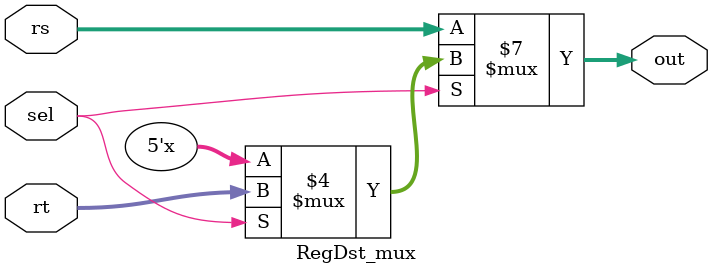
<source format=v>




module RegDst_mux(
	input wire [4:0] rs,
	input wire [4:0] rt,
	input wire sel,
	output reg [4:0] out);
	
	always @* begin
		if (sel == 0) begin
			out <= rs;
		end else if (sel == 1) begin
			out <= rt;
		end
	end
endmodule


</source>
